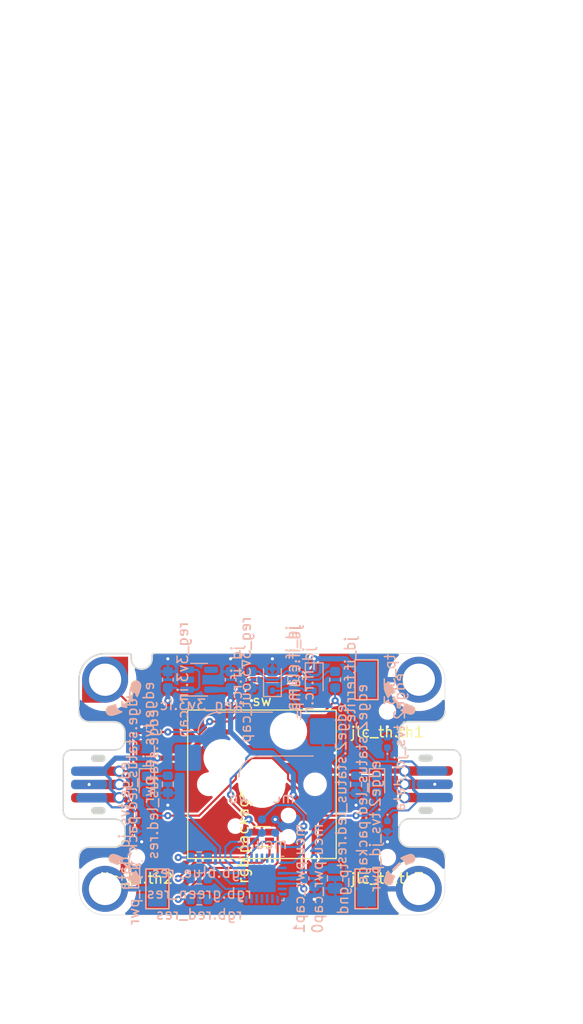
<source format=kicad_pcb>
(kicad_pcb (version 20221018) (generator pcbnew)
  (layers (0 "F.Cu" signal "Front") (31 "B.Cu" signal "Back") (34 "B.Paste" user) (35 "F.Paste" user) (36 "B.SilkS" user "B.Silkscreen") (37 "F.SilkS" user "F.Silkscreen") (38 "B.Mask" user) (39 "F.Mask" user) (44 "Edge.Cuts" user))
  (net 0 "")
  (net 1 "gnd")
  (net 2 "v3v3")
  (net 3 "jd_pwr")
  (net 4 "edge.status_led.res.a")
  (net 5 "edge2.status_led.res.a")
  (net 6 "rgb.red_res.a")
  (net 7 "rgb.signals.red")
  (net 8 "rgb.green_res.a")
  (net 9 "rgb.signals.green")
  (net 10 "rgb.blue_res.a")
  (net 11 "rgb.signals.blue")
  (net 12 "jd_if.signal")
  (net 13 "jd_if.ferrite.b")
  (net 14 "jd_status")
  (net 15 "sw.out")
  (net 16 "mcu.reset_node")
  (net 17 "mcu.swd_node.swdio")
  (net 18 "mcu.swd_node.swclk")
  (net 19 "jd_data.jd_data")
  (net 20 "mcu.swd.swo")
  (footprint "edg:JlcToolingHole_1.152mm" (layer "F.Cu") (at 162 93)
    (fp_text reference "jlc_th.th1")
    (fp_text value "")
  )
  (footprint "Jacdac:jacdac_hole_GND_MH2" (layer "F.Cu") (at 165 90 180)
    (fp_text reference "jd_mh2" hide)
    (fp_text value "" hide)
  )
  (footprint "Jacdac:JD-PEC-02_Prerouted_recessed" (layer "F.Cu") (at 165 100 -90)
    (fp_text reference "edge2.conn")
    (fp_text value "" hide)
    (fp_line (start -6 -1.5) (end -6 0.9) (stroke (width 0.15)) (layer "Edge.Cuts"))
    (fp_line (start -5.031284 1.9) (end -4.5 1.9) (stroke (width 0.15)) (layer "Edge.Cuts"))
    (fp_line (start -4.297807 1.9) (end -4.5 1.9) (stroke (width 0.15)) (layer "Edge.Cuts"))
    (fp_line (start -3.300852 -3.2) (end -3.300852 0.902) (stroke (width 0.15)) (layer "Edge.Cuts"))
    (fp_line (start 2.499148 -4) (end -2.500852 -4) (stroke (width 0.15)) (layer "Edge.Cuts"))
    (fp_line (start 3.299148 -3.2) (end 3.299148 0.9) (stroke (width 0.15)) (layer "Edge.Cuts"))
    (fp_line (start 4.297807 1.9) (end 4.992893 1.9) (stroke (width 0.15)) (layer "Edge.Cuts"))
    (fp_line (start 6 0.75) (end 5.992893 0.9) (stroke (width 0.15)) (layer "Edge.Cuts"))
    (fp_line (start 6 0.75) (end 6 -1.5) (stroke (width 0.15)) (layer "Edge.Cuts"))
    (fp_arc (start -7 -2.5) (mid -6.292893 -2.207107) (end -6 -1.5) (stroke (width 0.15)) (layer "Edge.Cuts"))
    (fp_arc (start -5.031284 1.9) (mid -5.727418 1.605151) (end -6 0.9) (stroke (width 0.15)) (layer "Edge.Cuts"))
    (fp_arc (start -3.300852 -3.2) (mid -3.066852 -3.766) (end -2.500852 -4) (stroke (width 0.15)) (layer "Edge.Cuts"))
    (fp_arc (start -3.300852 0.902) (mid -3.592637 1.607476) (end -4.297807 1.9) (stroke (width 0.15)) (layer "Edge.Cuts"))
    (fp_arc (start 2.499148 -4) (mid 3.065149 -3.766) (end 3.299148 -3.2) (stroke (width 0.15)) (layer "Edge.Cuts"))
    (fp_arc (start 4.297807 1.9) (mid 3.591372 1.606828) (end 3.299148 0.9) (stroke (width 0.15)) (layer "Edge.Cuts"))
    (fp_arc (start 5.992893 0.9) (mid 5.699999 1.607104) (end 4.992893 1.9) (stroke (width 0.15)) (layer "Edge.Cuts"))
    (fp_arc (start 6 -1.5) (mid 6.292893 -2.207107) (end 7 -2.5) (stroke (width 0.15)) (layer "Edge.Cuts"))
    (fp_poly (pts (arc (start -2.150853 -1.000001) (mid -2.500852 -1.35) (end -2.850851 -1.000001)) (arc (start -2.850851 -0.300002) (mid -2.500852 0.049997) (end -2.150853 -0.300002))) (fill solid) (layer "Edge.Cuts"))
    (fp_poly (pts (arc (start 2.849147 -1.000001) (mid 2.499148 -1.35) (end 2.149149 -1.000001)) (arc (start 2.149149 -0.300002) (mid 2.499148 0.049997) (end 2.849147 -0.300002))) (fill solid) (layer "Edge.Cuts"))
  )
  (footprint "edg:JlcToolingHole_1.152mm" (layer "F.Cu") (at 138 107)
    (fp_text reference "jlc_th.th2")
    (fp_text value "")
  )
  (footprint "Jacdac:JD-PEC-02_Prerouted_recessed" (layer "F.Cu") (at 135 100.02 90)
    (fp_text reference "edge.conn")
    (fp_text value "" hide)
    (fp_line (start -6 -1.5) (end -6 0.9) (stroke (width 0.15)) (layer "Edge.Cuts"))
    (fp_line (start -5.031284 1.9) (end -4.5 1.9) (stroke (width 0.15)) (layer "Edge.Cuts"))
    (fp_line (start -4.297807 1.9) (end -4.5 1.9) (stroke (width 0.15)) (layer "Edge.Cuts"))
    (fp_line (start -3.300852 -3.2) (end -3.300852 0.902) (stroke (width 0.15)) (layer "Edge.Cuts"))
    (fp_line (start 2.499148 -4) (end -2.500852 -4) (stroke (width 0.15)) (layer "Edge.Cuts"))
    (fp_line (start 3.299148 -3.2) (end 3.299148 0.9) (stroke (width 0.15)) (layer "Edge.Cuts"))
    (fp_line (start 4.297807 1.9) (end 4.992893 1.9) (stroke (width 0.15)) (layer "Edge.Cuts"))
    (fp_line (start 6 0.75) (end 5.992893 0.9) (stroke (width 0.15)) (layer "Edge.Cuts"))
    (fp_line (start 6 0.75) (end 6 -1.5) (stroke (width 0.15)) (layer "Edge.Cuts"))
    (fp_arc (start -7 -2.5) (mid -6.292893 -2.207107) (end -6 -1.5) (stroke (width 0.15)) (layer "Edge.Cuts"))
    (fp_arc (start -5.031284 1.9) (mid -5.727418 1.605151) (end -6 0.9) (stroke (width 0.15)) (layer "Edge.Cuts"))
    (fp_arc (start -3.300852 -3.2) (mid -3.066852 -3.766) (end -2.500852 -4) (stroke (width 0.15)) (layer "Edge.Cuts"))
    (fp_arc (start -3.300852 0.902) (mid -3.592637 1.607476) (end -4.297807 1.9) (stroke (width 0.15)) (layer "Edge.Cuts"))
    (fp_arc (start 2.499148 -4) (mid 3.065149 -3.766) (end 3.299148 -3.2) (stroke (width 0.15)) (layer "Edge.Cuts"))
    (fp_arc (start 4.297807 1.9) (mid 3.591372 1.606828) (end 3.299148 0.9) (stroke (width 0.15)) (layer "Edge.Cuts"))
    (fp_arc (start 5.992893 0.9) (mid 5.699999 1.607104) (end 4.992893 1.9) (stroke (width 0.15)) (layer "Edge.Cuts"))
    (fp_arc (start 6 -1.5) (mid 6.292893 -2.207107) (end 7 -2.5) (stroke (width 0.15)) (layer "Edge.Cuts"))
    (fp_poly (pts (arc (start -2.150853 -1.000001) (mid -2.500852 -1.35) (end -2.850851 -1.000001)) (arc (start -2.850851 -0.300002) (mid -2.500852 0.049997) (end -2.150853 -0.300002))) (fill solid) (layer "Edge.Cuts"))
    (fp_poly (pts (arc (start 2.849147 -1.000001) (mid 2.499148 -1.35) (end 2.149149 -1.000001)) (arc (start 2.149149 -0.300002) (mid 2.499148 0.049997) (end 2.849147 -0.300002))) (fill solid) (layer "Edge.Cuts"))
  )
  (footprint "Jacdac:jacdac_hole_GND_MH4" (layer "F.Cu") (at 165 110)
    (fp_text reference "jd_mh4" hide)
    (fp_text value "" hide)
  )
  (footprint "LED_SMD:LED_LiteOn_LTST-C19HE1WT" (layer "F.Cu") (at 150 105 90)
    (fp_text reference "rgb.package")
    (fp_text value "EAST1616RGBB2 (Everlight Electronics Co Ltd)")
  )
  (footprint "edg:JlcToolingHole_1.152mm" (layer "F.Cu") (at 162 107)
    (fp_text reference "jlc_th.th3")
    (fp_text value "")
  )
  (footprint "Switch_Keyboard_Hotswap_Kailh:SW_Hotswap_Kailh_MX" (layer "F.Cu") (at 150 100)
    (fp_text reference "sw")
    (fp_text value "PG151101S11 (Kailh)")
  )
  (footprint "Jacdac:jacdac_hole_PWR_MH3" (layer "F.Cu") (at 135 110 90)
    (fp_text reference "jd_mh3" hide)
    (fp_text value "" hide)
  )
  (footprint "Jacdac:jacdac_hole_DATA_notched_MH1" (layer "F.Cu") (at 135 90 90)
    (fp_text reference "jd_mh1" hide)
    (fp_text value "" hide)
    (fp_line (start 0 -2.5) (end -2.5 -2.5) (stroke (width 0.15)) (layer "Edge.Cuts"))
    (fp_line (start 2 2.5) (end 2.3 2.499998) (stroke (width 0.15)) (layer "Edge.Cuts"))
    (fp_line (start 2 4.5) (end 2.3 4.5) (stroke (width 0.15)) (layer "Edge.Cuts"))
    (fp_line (start 2.5 0) (end 2.5 2.299998) (stroke (width 0.15)) (layer "Edge.Cuts"))
    (fp_arc (start 0 -2.5) (mid 1.767767 -1.767767) (end 2.5 0) (stroke (width 0.15)) (layer "Edge.Cuts"))
    (fp_arc (start 2 4.5) (mid 1 3.5) (end 2 2.5) (stroke (width 0.15)) (layer "Edge.Cuts"))
    (fp_arc (start 2.3 4.5) (mid 2.441421 4.558579) (end 2.5 4.7) (stroke (width 0.15)) (layer "Edge.Cuts"))
    (fp_arc (start 2.5 2.299998) (mid 2.441422 2.441421) (end 2.3 2.499998) (stroke (width 0.15)) (layer "Edge.Cuts"))
  )
  (footprint "Capacitor_SMD:C_0603_1608Metric" (layer "B.Cu") (at 141 90 90)
    (fp_text reference "reg_3v3.in_cap")
    (fp_text value "")
  )
  (footprint "LED_SMD:LED_0603_1608Metric" (layer "B.Cu") (at 139 100 -90)
    (fp_text reference "edge.status_led.package")
    (fp_text value "")
  )
  (footprint "Package_TO_SOT_SMD:SOT-23-5" (layer "B.Cu") (at 144 90)
    (fp_text reference "reg_3v3.ic")
    (fp_text value "XC6209F332MR-G (Torex Semiconductor Ltd)")
  )
  (footprint "Capacitor_SMD:C_0603_1608Metric" (layer "B.Cu") (at 155 109 -90)
    (fp_text reference "mcu.pwr_cap1")
    (fp_text value "")
  )
  (footprint "Diode_SMD:D_SOD-323" (layer "B.Cu") (at 151 90 90)
    (fp_text reference "jd_if.clamp_lo")
    (fp_text value "1N5819WS (Guangdong Hottech) - 40V 600mV@1A 1A SOD-323 Schottky Barrier Diodes (SBD) ROHS")
  )
  (footprint "Package_DFN_QFN:QFN-28_4x4mm_P0.5mm" (layer "B.Cu") (at 150 109 180)
    (fp_text reference "mcu.ic")
    (fp_text value "STM32G031Gxxx (STMicroelectronics)")
  )
  (footprint "Resistor_SMD:R_0603_1608Metric" (layer "B.Cu") (at 144 107)
    (fp_text reference "rgb.blue_res")
    (fp_text value "")
  )
  (footprint "Diode_SMD:D_0402_1005Metric" (layer "B.Cu") (at 138 96 90)
    (fp_text reference "edge.tvs_jd_pwr")
    (fp_text value "")
  )
  (footprint "TestPoint:TestPoint_Keystone_5015_Micro-Minature" (layer "B.Cu") (at 140 110 -90)
    (fp_text reference "tp_jd_pwr")
    (fp_text value "5015 (Keystone) - jd_pwr")
  )
  (footprint "Resistor_SMD:R_0603_1608Metric" (layer "B.Cu") (at 144 109)
    (fp_text reference "rgb.green_res")
    (fp_text value "")
  )
  (footprint "Resistor_SMD:R_0603_1608Metric" (layer "B.Cu") (at 153 90 90)
    (fp_text reference "jd_if.rc.r")
    (fp_text value "")
  )
  (footprint "Diode_SMD:D_0402_1005Metric" (layer "B.Cu") (at 162 104 -90)
    (fp_text reference "edge2.tvs_jd_pwr")
    (fp_text value "")
  )
  (footprint "Diode_SMD:D_SOD-323" (layer "B.Cu") (at 155 90 -90)
    (fp_text reference "jd_if.clamp_hi")
    (fp_text value "1N5819WS (Guangdong Hottech) - 40V 600mV@1A 1A SOD-323 Schottky Barrier Diodes (SBD) ROHS")
  )
  (footprint "LED_SMD:LED_0603_1608Metric" (layer "B.Cu") (at 161 100 -90)
    (fp_text reference "edge2.status_led.package")
    (fp_text value "")
  )
  (footprint "Diode_SMD:D_0402_1005Metric" (layer "B.Cu") (at 138 104 -90)
    (fp_text reference "edge.tvs_jd_data")
    (fp_text value "")
  )
  (footprint "Connector:Tag-Connect_TC2030-IDC-NL_2x03_P1.27mm_Vertical" (layer "B.Cu") (at 150 104)
    (fp_text reference "mcu.swd")
    (fp_text value "")
  )
  (footprint "Inductor_SMD:L_0603_1608Metric" (layer "B.Cu") (at 157 90 90)
    (fp_text reference "jd_if.ferrite")
    (fp_text value "")
  )
  (footprint "Resistor_SMD:R_0603_1608Metric" (layer "B.Cu") (at 159 100 -90)
    (fp_text reference "edge2.status_led.res")
    (fp_text value "")
  )
  (footprint "Capacitor_SMD:C_0603_1608Metric" (layer "B.Cu") (at 147 90 90)
    (fp_text reference "reg_3v3.out_cap")
    (fp_text value "")
  )
  (footprint "Diode_SMD:D_0402_1005Metric" (layer "B.Cu") (at 162 96 90)
    (fp_text reference "edge2.tvs_jd_data")
    (fp_text value "")
  )
  (footprint "Capacitor_SMD:C_0805_2012Metric" (layer "B.Cu") (at 157 109 -90)
    (fp_text reference "mcu.pwr_cap0")
    (fp_text value "")
  )
  (footprint "Resistor_SMD:R_0603_1608Metric" (layer "B.Cu") (at 141 100 -90)
    (fp_text reference "edge.status_led.res")
    (fp_text value "")
  )
  (footprint "TestPoint:TestPoint_Keystone_5015_Micro-Minature" (layer "B.Cu") (at 160 110 -90)
    (fp_text reference "tp_gnd")
    (fp_text value "5015 (Keystone) - gnd")
  )
  (footprint "TestPoint:TestPoint_Keystone_5015_Micro-Minature" (layer "B.Cu") (at 160 90 90)
    (fp_text reference "tp_3v3")
    (fp_text value "5015 (Keystone) - v3v3")
  )
  (footprint "Resistor_SMD:R_0603_1608Metric" (layer "B.Cu") (at 144 111)
    (fp_text reference "rgb.red_res")
    (fp_text value "")
  )
  (footprint "Capacitor_SMD:C_0603_1608Metric" (layer "B.Cu") (at 149 90 -90)
    (fp_text reference "jd_if.rc.c")
    (fp_text value "")
  )
  (gr_line (start 132.5 107.02) (end 132.5 110) (stroke (width 0.0381)) (layer "Edge.Cuts"))
  (gr_arc (start 167.5 110) (mid 166.767767 111.767767) (end 165 112.5) (stroke (width 0.0381)) (layer "Edge.Cuts"))
  (gr_line (start 167.5 90) (end 167.5 93) (stroke (width 0.0381)) (layer "Edge.Cuts"))
  (gr_line (start 167.5 110) (end 167.5 107) (stroke (width 0.0381)) (layer "Edge.Cuts"))
  (gr_arc (start 135 112.5) (mid 133.232233 111.767767) (end 132.5 110) (stroke (width 0.0381)) (layer "Edge.Cuts"))
  (gr_line (start 132.5 93.02) (end 132.5 92.5) (stroke (width 0.0381)) (layer "Edge.Cuts"))
  (gr_line (start 139.7 87.5) (end 165 87.5) (stroke (width 0.0381)) (layer "Edge.Cuts"))
  (gr_line (start 165 112.5) (end 135 112.5) (stroke (width 0.0381)) (layer "Edge.Cuts"))
  (gr_arc (start 165 87.5) (mid 166.767767 88.232233) (end 167.5 90) (stroke (width 0.0381)) (layer "Edge.Cuts"))
  (segment (start 163.65 100) (end 162.5 100) (width 0.5) (layer "F.Cu") (net 1))
  (segment (start 136.35 100.02) (end 137.48 100.02) (width 0.5) (layer "F.Cu") (net 1))
  (segment (start 165 110) (end 162 110) (width 0.5) (layer "F.Cu") (net 1))
  (segment (start 165 90) (end 162 90) (width 0.5) (layer "F.Cu") (net 1))
  (via (at 147 88) (size 0.7) (drill 0.3) (layers "F.Cu" "B.Cu") (net 1))
  (via (at 149 92) (size 0.7) (drill 0.3) (layers "F.Cu" "B.Cu") (net 1))
  (via (at 151 88) (size 0.7) (drill 0.3) (layers "F.Cu" "B.Cu") (net 1))
  (via (at 162 94.5) (size 0.7) (drill 0.3) (layers "F.Cu" "B.Cu") (net 1))
  (via (at 162 105.5) (size 0.7) (drill 0.3) (layers "F.Cu" "B.Cu") (net 1))
  (via (at 138.5 94.5) (size 0.7) (drill 0.3) (layers "F.Cu" "B.Cu") (net 1))
  (via (at 141 102) (size 0.7) (drill 0.3) (layers "F.Cu" "B.Cu") (net 1))
  (via (at 157 97) (size 0.7) (drill 0.3) (layers "F.Cu" "B.Cu") (net 1))
  (via (at 138.5 105.5) (size 0.7) (drill 0.3) (layers "F.Cu" "B.Cu") (net 1))
  (via (at 159 102) (size 0.7) (drill 0.3) (layers "F.Cu" "B.Cu") (net 1))
  (via (at 155 111) (size 0.7) (drill 0.3) (layers "F.Cu" "B.Cu") (net 1))
  (via (at 141 88) (size 0.7) (drill 0.3) (layers "F.Cu" "B.Cu") (net 1))
  (via (at 151.27 103.365) (size 0.7) (drill 0.3) (layers "F.Cu" "B.Cu") (net 1))
  (segment (start 165 90) (end 162 90) (width 0.5) (layer "B.Cu") (net 1))
  (segment (start 165 110) (end 162 110) (width 0.5) (layer "B.Cu") (net 1))
  (segment (start 147 101) (end 147 101.635) (width 0.2) (layer "F.Cu") (net 2))
  (segment (start 147 92) (end 149 90) (width 0.5) (layer "F.Cu") (net 2))
  (segment (start 155 103) (end 155 107) (width 0.5) (layer "F.Cu") (net 2))
  (segment (start 147 101.635) (end 148.73 103.365) (width 0.2) (layer "F.Cu") (net 2))
  (segment (start 149 90) (end 153 90) (width 0.5) (layer "F.Cu") (net 2))
  (segment (start 153 101) (end 155 103) (width 0.5) (layer "F.Cu") (net 2))
  (segment (start 149.275 103.91) (end 148.73 103.365) (width 0.2) (layer "F.Cu") (net 2))
  (segment (start 153 90) (end 155 88) (width 0.5) (layer "F.Cu") (net 2))
  (segment (start 149.275 104.575) (end 149.275 103.91) (width 0.2) (layer "F.Cu") (net 2))
  (via (at 153 101) (size 0.7) (drill 0.3) (layers "F.Cu" "B.Cu") (net 2))
  (via (at 147 101) (size 0.7) (drill 0.3) (layers "F.Cu" "B.Cu") (net 2))
  (via (at 147 92) (size 0.7) (drill 0.3) (layers "F.Cu" "B.Cu") (net 2))
  (via (at 148.73 103.365) (size 0.7) (drill 0.3) (layers "F.Cu" "B.Cu") (net 2))
  (via (at 155 107) (size 0.7) (drill 0.3) (layers "F.Cu" "B.Cu") (net 2))
  (via (at 155 88) (size 0.7) (drill 0.3) (layers "F.Cu" "B.Cu") (net 2))
  (segment (start 159 89) (end 160 89) (width 0.5) (layer "B.Cu") (net 2))
  (segment (start 155 107) (end 155 108.225) (width 0.5) (layer "B.Cu") (net 2))
  (segment (start 151.9375 108.5) (end 153.5 108.5) (width 0.2) (layer "B.Cu") (net 2))
  (segment (start 153 101) (end 153 99) (width 0.5) (layer "B.Cu") (net 2))
  (segment (start 148.5 97.5) (end 149 97) (width 0.2) (layer "B.Cu") (net 2))
  (segment (start 148.5 98) (end 148.5 97.5) (width 0.2) (layer "B.Cu") (net 2))
  (segment (start 155 108.225) (end 155.775 108.225) (width 0.5) (layer "B.Cu") (net 2))
  (segment (start 147 90.775) (end 147 95) (width 0.5) (layer "B.Cu") (net 2))
  (segment (start 155 88) (end 158 88) (width 0.5) (layer "B.Cu") (net 2))
  (segment (start 147 99.5) (end 148.5 98) (width 0.2) (layer "B.Cu") (net 2))
  (segment (start 155.95 108.05) (end 155.775 108.225) (width 0.5) (layer "B.Cu") (net 2))
  (segment (start 155 88.95) (end 155 88) (width 0.5) (layer "B.Cu") (net 2))
  (segment (start 153 99) (end 151 97) (width 0.5) (layer "B.Cu") (net 2))
  (segment (start 151 97) (end 149 97) (width 0.5) (layer "B.Cu") (net 2))
  (segment (start 147 95) (end 149 97) (width 0.5) (layer "B.Cu") (net 2))
  (segment (start 146.825 90.95) (end 147 90.775) (width 0.5) (layer "B.Cu") (net 2))
  (segment (start 145.1375 90.95) (end 146.825 90.95) (width 0.5) (layer "B.Cu") (net 2))
  (segment (start 153.775 108.225) (end 155 108.225) (width 0.2) (layer "B.Cu") (net 2))
  (segment (start 157 108.05) (end 155.95 108.05) (width 0.5) (layer "B.Cu") (net 2))
  (segment (start 158 88) (end 159 89) (width 0.5) (layer "B.Cu") (net 2))
  (segment (start 153.5 108.5) (end 153.775 108.225) (width 0.2) (layer "B.Cu") (net 2))
  (segment (start 147 101) (end 147 99.5) (width 0.2) (layer "B.Cu") (net 2))
  (segment (start 141 92) (end 141 93) (width 0.5) (layer "F.Cu") (net 3))
  (segment (start 137.5 102) (end 136.79 101.29) (width 0.5) (layer "F.Cu") (net 3))
  (segment (start 135 110) (end 136.736324 108.263676) (width 0.5) (layer "F.Cu") (net 3))
  (segment (start 147 95) (end 145 95) (width 0.5) (layer "F.Cu") (net 3))
  (segment (start 136.79 101.29) (end 136.35 101.29) (width 0.5) (layer "F.Cu") (net 3))
  (segment (start 142.5 97.5) (end 144 96) (width 0.5) (layer "F.Cu") (net 3))
  (segment (start 143.5 95.5) (end 144 96) (width 0.5) (layer "F.Cu") (net 3))
  (segment (start 156.73 98.73) (end 155.5 97.5) (width 0.5) (layer "F.Cu") (net 3))
  (segment (start 137.5 105.972649) (end 137.5 102) (width 0.5) (layer "F.Cu") (net 3))
  (segment (start 136.736324 106.736324) (end 137.5 105.972649) (width 0.5) (layer "F.Cu") (net 3))
  (segment (start 152 97.5) (end 151 96.5) (width 0.5) (layer "F.Cu") (net 3))
  (segment (start 141 93) (end 143.5 95.5) (width 0.5) (layer "F.Cu") (net 3))
  (segment (start 140 97.5) (end 142.5 97.5) (width 0.5) (layer "F.Cu") (net 3))
  (segment (start 155.5 97.5) (end 152 97.5) (width 0.5) (layer "F.Cu") (net 3))
  (segment (start 145 95) (end 144 96) (width 0.5) (layer "F.Cu") (net 3))
  (segment (start 148.5 96.5) (end 147 95) (width 0.5) (layer "F.Cu") (net 3))
  (segment (start 163.65 98.73) (end 156.73 98.73) (width 0.5) (layer "F.Cu") (net 3))
  (segment (start 151 96.5) (end 148.5 96.5) (width 0.5) (layer "F.Cu") (net 3))
  (segment (start 136.736324 108.263676) (end 136.736324 106.736324) (width 0.5) (layer "F.Cu") (net 3))
  (via (at 140 97.5) (size 0.7) (drill 0.3) (layers "F.Cu" "B.Cu") (net 3))
  (via (at 141 92) (size 0.7) (drill 0.3) (layers "F.Cu" "B.Cu") (net 3))
  (segment (start 138 96.485) (end 138 97.5) (width 0.2) (layer "B.Cu") (net 3))
  (segment (start 138 97.5) (end 136 97.5) (width 0.2) (layer "B.Cu") (net 3))
  (segment (start 162.5 102.5) (end 164 102.5) (width 0.2) (layer "B.Cu") (net 3))
  (segment (start 162 103) (end 162.5 102.5) (width 0.2) (layer "B.Cu") (net 3))
  (segment (start 134.75 98.75) (end 136 97.5) (width 0.5) (layer "B.Cu") (net 3))
  (segment (start 141 90.775) (end 141 92) (width 0.5) (layer "B.Cu") (net 3))
  (segment (start 164 102.5) (end 165.23 101.27) (width 0.2) (layer "B.Cu") (net 3))
  (segment (start 140 110) (end 135 110) (width 0.5) (layer "B.Cu") (net 3))
  (segment (start 141.95 90.95) (end 141.775 90.775) (width 0.2) (layer "B.Cu") (net 3))
  (segment (start 144 90.75) (end 143.8 90.95) (width 0.2) (layer "B.Cu") (net 3))
  (segment (start 141 90.775) (end 141.775 90.775) (width 0.2) (layer "B.Cu") (net 3))
  (segment (start 143.8 89.05) (end 144 89.25) (width 0.2) (layer "B.Cu") (net 3))
  (segment (start 144 89.25) (end 144 90.75) (width 0.2) (layer "B.Cu") (net 3))
  (segment (start 162 103.515) (end 162 103) (width 0.2) (layer "B.Cu") (net 3))
  (segment (start 136 97.5) (end 140 97.5) (width 0.5) (layer "B.Cu") (net 3))
  (segment (start 143.8 90.95) (end 142.8625 90.95) (width 0.2) (layer "B.Cu") (net 3))
  (segment (start 142.8625 90.95) (end 141.95 90.95) (width 0.2) (layer "B.Cu") (net 3))
  (segment (start 133.475 98.75) (end 134.75 98.75) (width 0.5) (layer "B.Cu") (net 3))
  (segment (start 165.23 101.27) (end 166.525 101.27) (width 0.2) (layer "B.Cu") (net 3))
  (segment (start 142.8625 89.05) (end 143.8 89.05) (width 0.2) (layer "B.Cu") (net 3))
  (segment (start 139 99.2125) (end 140.9625 99.2125) (width 0.2) (layer "B.Cu") (net 4))
  (segment (start 140.9625 99.2125) (end 141 99.175) (width 0.2) (layer "B.Cu") (net 4))
  (segment (start 159.0375 99.2125) (end 159 99.175) (width 0.2) (layer "B.Cu") (net 5))
  (segment (start 161 99.2125) (end 159.0375 99.2125) (width 0.2) (layer "B.Cu") (net 5))
  (segment (start 151 108) (end 145 108) (width 0.2) (layer "F.Cu") (net 6))
  (segment (start 150.725 104.575) (end 151.325 104.575) (width 0.2) (layer "F.Cu") (net 6))
  (segment (start 145 108) (end 142 111) (width 0.2) (layer "F.Cu") (net 6))
  (segment (start 151.5 107.5) (end 151 108) (width 0.2) (layer "F.Cu") (net 6))
  (segment (start 151.5 104.75) (end 151.5 107.5) (width 0.2) (layer "F.Cu") (net 6))
  (segment (start 151.325 104.575) (end 151.5 104.75) (width 0.2) (layer "F.Cu") (net 6))
  (via (at 142 111) (size 0.7) (drill 0.3) (layers "F.Cu" "B.Cu") (net 6))
  (segment (start 143.175 111) (end 142 111) (width 0.2) (layer "B.Cu") (net 6))
  (segment (start 148.0025 110.5) (end 146.5 110.5) (width 0.2) (layer "B.Cu") (net 7))
  (segment (start 146.5 110.5) (end 146 111) (width 0.2) (layer "B.Cu") (net 7))
  (segment (start 146 111) (end 144.825 111) (width 0.2) (layer "B.Cu") (net 7))
  (segment (start 143.5 107.5) (end 142 109) (width 0.2) (layer "F.Cu") (net 8))
  (segment (start 150 107.5) (end 143.5 107.5) (width 0.2) (layer "F.Cu") (net 8))
  (segment (start 150.725 106.775) (end 150 107.5) (width 0.2) (layer "F.Cu") (net 8))
  (segment (start 150.725 105.425) (end 150.725 106.775) (width 0.2) (layer "F.Cu") (net 8))
  (via (at 142 109) (size 0.7) (drill 0.3) (layers "F.Cu" "B.Cu") (net 8))
  (segment (start 143.175 109) (end 142 109) (width 0.2) (layer "B.Cu") (net 8))
  (segment (start 148.0625 110) (end 146.5 110) (width 0.2) (layer "B.Cu") (net 9))
  (segment (start 145.5 109) (end 144.825 109) (width 0.2) (layer "B.Cu") (net 9))
  (segment (start 146.5 110) (end 145.5 109) (width 0.2) (layer "B.Cu") (net 9))
  (segment (start 149.275 106.225) (end 148.5 107) (width 0.2) (layer "F.Cu") (net 10))
  (segment (start 148.5 107) (end 142 107) (width 0.2) (layer "F.Cu") (net 10))
  (segment (start 149.275 105.425) (end 149.275 106.225) (width 0.2) (layer "F.Cu") (net 10))
  (via (at 142 107) (size 0.7) (drill 0.3) (layers "F.Cu" "B.Cu") (net 10))
  (segment (start 143.175 107) (end 142 107) (width 0.2) (layer "B.Cu") (net 10))
  (segment (start 147 109.5) (end 148.0625 109.5) (width 0.2) (layer "B.Cu") (net 11))
  (segment (start 144.825 107) (end 144.825 107.575) (width 0.2) (layer "B.Cu") (net 11))
  (segment (start 145.5 108) (end 147 109.5) (width 0.2) (layer "B.Cu") (net 11))
  (segment (start 144.825 107.575) (end 145.25 108) (width 0.2) (layer "B.Cu") (net 11))
  (segment (start 145.25 108) (end 145.5 108) (width 0.2) (layer "B.Cu") (net 11))
  (segment (start 149 106.5) (end 150 105.5) (width 0.2) (layer "B.Cu") (net 12))
  (segment (start 153.825 90.825) (end 154.05 91.05) (width 0.2) (layer "B.Cu") (net 12))
  (segment (start 150 105.5) (end 151.5 105.5) (width 0.2) (layer "B.Cu") (net 12))
  (segment (start 158 94) (end 157 93) (width 0.2) (layer "B.Cu") (net 12))
  (segment (start 153.5 106) (end 157 102.5) (width 0.2) (layer "B.Cu") (net 12))
  (segment (start 151.95 91.05) (end 152.175 90.825) (width 0.2) (layer "B.Cu") (net 12))
  (segment (start 152.175 90.825) (end 153 90.825) (width 0.2) (layer "B.Cu") (net 12))
  (segment (start 149 107.0625) (end 149 106.5) (width 0.2) (layer "B.Cu") (net 12))
  (segment (start 151.5 105.5) (end 152 106) (width 0.2) (layer "B.Cu") (net 12))
  (segment (start 154 93) (end 153 92) (width 0.2) (layer "B.Cu") (net 12))
  (segment (start 157 102.5) (end 157 98) (width 0.2) (layer "B.Cu") (net 12))
  (segment (start 157 93) (end 154 93) (width 0.2) (layer "B.Cu") (net 12))
  (segment (start 153 90.825) (end 153.825 90.825) (width 0.2) (layer "B.Cu") (net 12))
  (segment (start 153 92) (end 153 90.825) (width 0.2) (layer "B.Cu") (net 12))
  (segment (start 158 97) (end 158 94) (width 0.2) (layer "B.Cu") (net 12))
  (segment (start 152 106) (end 153.5 106) (width 0.2) (layer "B.Cu") (net 12))
  (segment (start 157 98) (end 158 97) (width 0.2) (layer "B.Cu") (net 12))
  (segment (start 151 91.05) (end 151.95 91.05) (width 0.2) (layer "B.Cu") (net 12))
  (segment (start 154.05 91.05) (end 155 91.05) (width 0.2) (layer "B.Cu") (net 12))
  (segment (start 152.325 89.175) (end 153 89.175) (width 0.2) (layer "B.Cu") (net 13))
  (segment (start 149.725 89.225) (end 150.5 90) (width 0.2) (layer "B.Cu") (net 13))
  (segment (start 157 89.2125) (end 156.2875 89.2125) (width 0.2) (layer "B.Cu") (net 13))
  (segment (start 151.5 90) (end 152.325 89.175) (width 0.2) (layer "B.Cu") (net 13))
  (segment (start 156.2875 89.2125) (end 155.5 90) (width 0.2) (layer "B.Cu") (net 13))
  (segment (start 155.5 90) (end 154.5 90) (width 0.2) (layer "B.Cu") (net 13))
  (segment (start 154.5 90) (end 153.675 89.175) (width 0.2) (layer "B.Cu") (net 13))
  (segment (start 149 89.225) (end 149.725 89.225) (width 0.2) (layer "B.Cu") (net 13))
  (segment (start 153.675 89.175) (end 153 89.175) (width 0.2) (layer "B.Cu") (net 13))
  (segment (start 150.5 90) (end 151.5 90) (width 0.2) (layer "B.Cu") (net 13))
  (segment (start 159 103) (end 156 103) (width 0.2) (layer "F.Cu") (net 14))
  (segment (start 147.5 99.5) (end 147.5 99) (width 0.2) (layer "F.Cu") (net 14))
  (segment (start 147.5 99) (end 149 97.5) (width 0.2) (layer "F.Cu") (net 14))
  (segment (start 149 97.5) (end 151 97.5) (width 0.2) (layer "F.Cu") (net 14))
  (segment (start 156 103) (end 153 100) (width 0.2) (layer "F.Cu") (net 14))
  (segment (start 152.5 99.5) (end 152.5 99) (width 0.2) (layer "F.Cu") (net 14))
  (segment (start 151 97.5) (end 152.5 99) (width 0.2) (layer "F.Cu") (net 14))
  (segment (start 141 103) (end 144 103) (width 0.2) (layer "F.Cu") (net 14))
  (segment (start 144 103) (end 147.5 99.5) (width 0.2) (layer "F.Cu") (net 14))
  (segment (start 153 100) (end 152.5 99.5) (width 0.2) (layer "F.Cu") (net 14))
  (via (at 141 103) (size 0.7) (drill 0.3) (layers "F.Cu" "B.Cu") (net 14))
  (via (at 159 103) (size 0.7) (drill 0.3) (layers "F.Cu" "B.Cu") (net 14))
  (segment (start 161 102) (end 160 103) (width 0.2) (layer "B.Cu") (net 14))
  (segment (start 153 107.5) (end 157.5 103) (width 0.2) (layer "B.Cu") (net 14))
  (segment (start 160 103) (end 159 103) (width 0.2) (layer "B.Cu") (net 14))
  (segment (start 157.5 103) (end 159 103) (width 0.2) (layer "B.Cu") (net 14))
  (segment (start 161 100.7875) (end 161 102) (width 0.2) (layer "B.Cu") (net 14))
  (segment (start 139 102) (end 140 103) (width 0.2) (layer "B.Cu") (net 14))
  (segment (start 151.9975 107.5) (end 153 107.5) (width 0.2) (layer "B.Cu") (net 14))
  (segment (start 140 103) (end 141 103) (width 0.2) (layer "B.Cu") (net 14))
  (segment (start 139 100.7875) (end 139 102) (width 0.2) (layer "B.Cu") (net 14))
  (segment (start 146 107.5) (end 146 106) (width 0.2) (layer "B.Cu") (net 15))
  (segment (start 142.915 102.915) (end 142.915 97.46) (width 0.2) (layer "B.Cu") (net 15))
  (segment (start 148.0625 108.5) (end 147 108.5) (width 0.2) (layer "B.Cu") (net 15))
  (segment (start 146 106) (end 142.915 102.915) (width 0.2) (layer "B.Cu") (net 15))
  (segment (start 147 108.5) (end 146 107.5) (width 0.2) (layer "B.Cu") (net 15))
  (segment (start 154 104) (end 154 110) (width 0.2) (layer "F.Cu") (net 16))
  (via (at 154 104) (size 0.7) (drill 0.3) (layers "F.Cu" "B.Cu") (net 16))
  (via (at 154 110) (size 0.7) (drill 0.3) (layers "F.Cu" "B.Cu") (net 16))
  (segment (start 154 103) (end 154 104) (width 0.2) (layer "B.Cu") (net 16))
  (segment (start 151.365 102) (end 153 102) (width 0.2) (layer "B.Cu") (net 16))
  (segment (start 150 103.365) (end 151.365 102) (width 0.2) (layer "B.Cu") (net 16))
  (segment (start 153.5 109.5) (end 154 110) (width 0.2) (layer "B.Cu") (net 16))
  (segment (start 153 102) (end 154 103) (width 0.2) (layer "B.Cu") (net 16))
  (segment (start 151.9375 109.5) (end 153.5 109.5) (width 0.2) (layer "B.Cu") (net 16))
  (segment (start 147 105.5) (end 147.865 105.5) (width 0.2) (layer "B.Cu") (net 17))
  (segment (start 147.865 105.5) (end 148.73 104.635) (width 0.2) (layer "B.Cu") (net 17))
  (segment (start 146.5 107.25) (end 146.5 106) (width 0.2) (layer "B.Cu") (net 17))
  (segment (start 148.0625 108) (end 147.25 108) (width 0.2) (layer "B.Cu") (net 17))
  (segment (start 146.5 106) (end 147 105.5) (width 0.2) (layer "B.Cu") (net 17))
  (segment (start 147.25 108) (end 146.5 107.25) (width 0.2) (layer "B.Cu") (net 17))
  (segment (start 147.5 107.5) (end 147 107) (width 0.2) (layer "B.Cu") (net 18))
  (segment (start 148.635 106) (end 150 104.635) (width 0.2) (layer "B.Cu") (net 18))
  (segment (start 147 106.5) (end 147.5 106) (width 0.2) (layer "B.Cu") (net 18))
  (segment (start 147.5 106) (end 148.635 106) (width 0.2) (layer "B.Cu") (net 18))
  (segment (start 147 107) (end 147 106.5) (width 0.2) (layer "B.Cu") (net 18))
  (segment (start 148.0025 107.5) (end 147.5 107.5) (width 0.2) (layer "B.Cu") (net 18))
  (segment (start 147 94) (end 148 93) (width 0.2) (layer "F.Cu") (net 19))
  (segment (start 137.5 92.5) (end 137.5 95.5) (width 0.2) (layer "F.Cu") (net 19))
  (segment (start 136.35 98.75) (end 137.25 98.75) (width 0.2) (layer "F.Cu") (net 19))
  (segment (start 137.5 95.5) (end 137.5 96) (width 0.2) (layer "F.Cu") (net 19))
  (segment (start 145 94) (end 147 94) (width 0.2) (layer "F.Cu") (net 19))
  (segment (start 148 93) (end 156 93) (width 0.2) (layer "F.Cu") (net 19))
  (segment (start 137.25 98.75) (end 137.5 98.5) (width 0.2) (layer "F.Cu") (net 19))
  (segment (start 141 95) (end 139.5 95) (width 0.2) (layer "F.Cu") (net 19))
  (segment (start 156 93) (end 157 92) (width 0.2) (layer "F.Cu") (net 19))
  (segment (start 135 90) (end 137.5 92.5) (width 0.2) (layer "F.Cu") (net 19))
  (segment (start 137.5 98.5) (end 137.5 96) (width 0.2) (layer "F.Cu") (net 19))
  (segment (start 139 95.5) (end 139.5 95) (width 0.2) (layer "F.Cu") (net 19))
  (segment (start 137.5 95.5) (end 139 95.5) (width 0.2) (layer "F.Cu") (net 19))
  (via (at 141 95) (size 0.7) (drill 0.3) (layers "F.Cu" "B.Cu") (net 19))
  (via (at 145 94) (size 0.7) (drill 0.3) (layers "F.Cu" "B.Cu") (net 19))
  (via (at 157 92) (size 0.7) (drill 0.3) (layers "F.Cu" "B.Cu") (net 19))
  (segment (start 162 97.82) (end 162.5 97.82) (width 0.2) (layer "B.Cu") (net 19))
  (segment (start 161 97.82) (end 160.82 97.82) (width 0.2) (layer "B.Cu") (net 19))
  (segment (start 162.74 97.82) (end 163.0065 98.0865) (width 0.2) (layer "B.Cu") (net 19))
  (segment (start 161.82 97.82) (end 162 97.82) (width 0.2) (layer "B.Cu") (net 19))
  (segment (start 137.5 102.2) (end 137.26 102.2) (width 0.2) (layer "B.Cu") (net 19))
  (segment (start 144 95) (end 141 95) (width 0.2) (layer "B.Cu") (net 19))
  (segment (start 162 97.82) (end 161 97.82) (width 0.2) (layer "B.Cu") (net 19))
  (segment (start 145 94) (end 144 95) (width 0.2) (layer "B.Cu") (net 19))
  (segment (start 138 102.7) (end 137.5 102.2) (width 0.2) (layer "B.Cu") (net 19))
  (segment (start 138 103.515) (end 138 102.7) (width 0.2) (layer "B.Cu") (net 19))
  (segment (start 157 92) (end 157 90.7875) (width 0.2) (layer "B.Cu") (net 19))
  (segment (start 159 94) (end 157 92) (width 0.2) (layer "B.Cu") (net 19))
  (segment (start 162 96.485) (end 162 97.82) (width 0.2) (layer "B.Cu") (net 19))
  (segment (start 137.26 102.2) (end 136.9935 101.9335) (width 0.2) (layer "B.Cu") (net 19))
  (segment (start 159 96) (end 159 94) (width 0.2) (layer "B.Cu") (net 19))
  (segment (start 162.5 97.82) (end 162.74 97.82) (width 0.2) (layer "B.Cu") (net 19))
  (segment (start 160.82 97.82) (end 159 96) (width 0.2) (layer "B.Cu") (net 19))
  (zone (net 1) (net_name "gnd") (layers "F&B.Cu") (connect_pads (clearance 0.2)) (min_thickness 0.25) (fill yes (thermal_gap 0.2) (thermal_bridge_width 0.25))
    (polygon (pts (xy 132 87) (xy 132 96) (xy 137 96) (xy 137 104) (xy 132 104) (xy 132 113) (xy 168 113) (xy 168 104) (xy 163 104) (xy 163 96) (xy 168 96) (xy 168 87)))
  )
)
</source>
